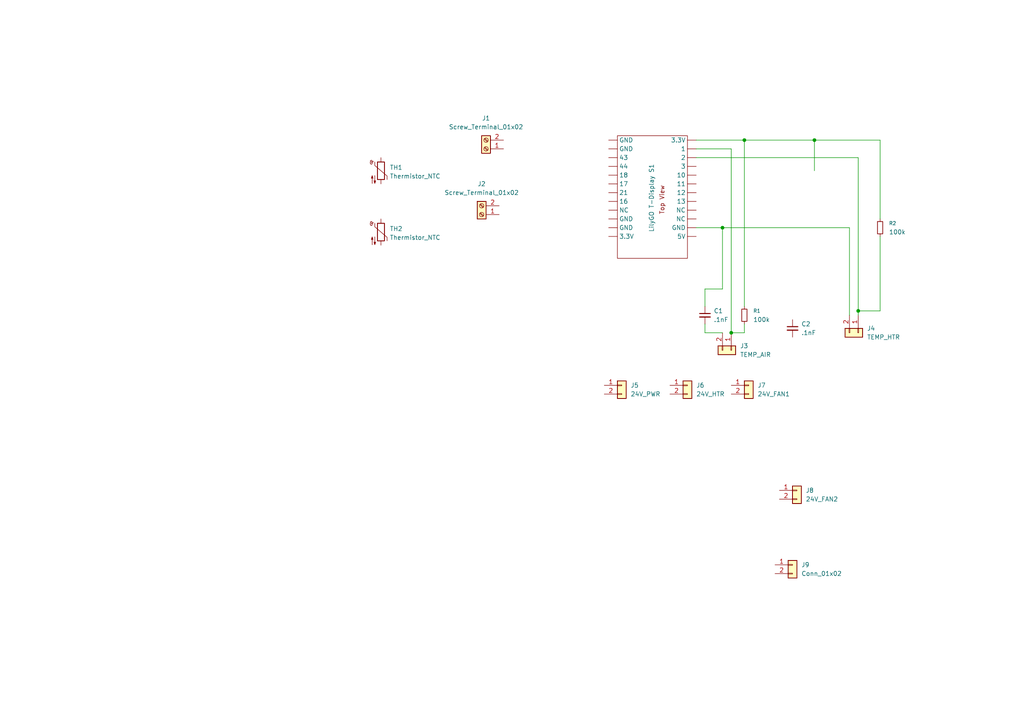
<source format=kicad_sch>
(kicad_sch (version 20250114) (generator "eeschema") (generator_version "9.0")
  (paper "A4")
  (lib_symbols
    (symbol "Connector:Screw_Terminal_01x02" (pin_names (offset 1.016) (hide yes))
      (property "Reference" "J" (at 0 2.54 0))
      (property "Value" "Screw_Terminal_01x02" (at 0 -5.08 0))
      (symbol "Screw_Terminal_01x02_1_1"
        (rectangle (start -1.27 1.27) (end 1.27 -3.81) (stroke (width 0.254)) (fill (type background)))
        (polyline (pts (xy -0.5334 0.3302) (xy 0.3302 -0.508)) (stroke (width 0.1524)))
        (polyline (pts (xy -0.5334 -2.2098) (xy 0.3302 -3.048)) (stroke (width 0.1524)))
        (polyline (pts (xy -0.3556 0.508) (xy 0.508 -0.3302)) (stroke (width 0.1524)))
        (polyline (pts (xy -0.3556 -2.032) (xy 0.508 -2.8702)) (stroke (width 0.1524)))
        (circle (center 0 0) (radius 0.635) (stroke (width 0.1524)))
        (circle (center 0 -2.54) (radius 0.635) (stroke (width 0.1524)))
        (pin passive line (at -5.08 0 0) (length 3.81) (name "Pin_1") (number "1"))
        (pin passive line (at -5.08 -2.54 0) (length 3.81) (name "Pin_2") (number "2"))
      )
    )
    (symbol "Connector_Generic:Conn_01x02" (pin_names (offset 1.016) (hide yes))
      (property "Reference" "J" (at 0 2.54 0))
      (property "Value" "Conn_01x02" (at 0 -5.08 0))
      (symbol "Conn_01x02_1_1"
        (rectangle (start -1.27 1.27) (end 1.27 -3.81) (stroke (width 0.254)) (fill (type background)))
        (rectangle (start -1.27 0.127) (end 0 -0.127) (stroke (width 0.1524)))
        (rectangle (start -1.27 -2.413) (end 0 -2.667) (stroke (width 0.1524)))
        (pin passive line (at -5.08 0 0) (length 3.81) (name "Pin_1") (number "1"))
        (pin passive line (at -5.08 -2.54 0) (length 3.81) (name "Pin_2") (number "2"))
      )
    )
    (symbol "Device:C_Small" (pin_numbers (hide yes)) (pin_names (offset 0.254) (hide yes))
      (property "Reference" "C" (at 0.254 1.778 0))
      (property "Value" "C_Small" (at 0.254 -2.032 0))
      (symbol "C_Small_0_1"
        (polyline (pts (xy -1.524 0.508) (xy 1.524 0.508)) (stroke (width 0.3048)))
        (polyline (pts (xy -1.524 -0.508) (xy 1.524 -0.508)) (stroke (width 0.3302)))
      )
      (symbol "C_Small_1_1"
        (pin passive line (at 0 2.54 270) (length 2.032) (name "~") (number "1"))
        (pin passive line (at 0 -2.54 90) (length 2.032) (name "~") (number "2"))
      )
    )
    (symbol "Device:R_Small" (pin_numbers (hide yes)) (pin_names (offset 0.254) (hide yes))
      (property "Reference" "R" (at 0 0 90))
      (property "Value" "R_Small" (at 1.778 0 90))
      (symbol "R_Small_0_1"
        (rectangle (start -0.762 1.778) (end 0.762 -1.778) (stroke (width 0.2032)))
      )
      (symbol "R_Small_1_1"
        (pin passive line (at 0 2.54 270) (length 0.762) (name "~") (number "1"))
        (pin passive line (at 0 -2.54 90) (length 0.762) (name "~") (number "2"))
      )
    )
    (symbol "Device:Thermistor_NTC" (pin_numbers (hide yes)) (pin_names (offset 0))
      (property "Reference" "TH" (at -4.445 0 90))
      (property "Value" "Thermistor_NTC" (at 3.175 0 90))
      (symbol "Thermistor_NTC_0_1"
        (arc (start -3.175 2.413) (mid -3.0506 2.3165) (end -3.048 2.159))
        (arc (start -3.048 2.794) (mid -2.9736 2.9736) (end -2.794 3.048))
        (arc (start -2.794 3.048) (mid -2.6144 2.9736) (end -2.54 2.794))
        (arc (start -2.794 2.54) (mid -2.9736 2.6144) (end -3.048 2.794))
        (arc (start -2.794 1.905) (mid -2.9736 1.9794) (end -3.048 2.159))
        (arc (start -2.54 2.159) (mid -2.6144 1.9794) (end -2.794 1.905))
        (arc (start -2.159 2.794) (mid -2.434 2.5608) (end -2.794 2.54))
        (polyline (pts (xy -2.54 2.159) (xy -2.54 2.794)))
        (polyline (pts (xy -2.54 -3.683) (xy -2.54 -1.397) (xy -2.794 -2.159) (xy -2.286 -2.159) (xy -2.54 -1.397) (xy -2.54 -1.651)) (fill (type outline)))
        (polyline (pts (xy -1.778 2.54) (xy -1.778 1.524) (xy 1.778 -1.524) (xy 1.778 -2.54)))
        (polyline (pts (xy -1.778 -1.397) (xy -1.778 -3.683) (xy -2.032 -2.921) (xy -1.524 -2.921) (xy -1.778 -3.683) (xy -1.778 -3.429)) (fill (type outline)))
        (rectangle (start -1.016 2.54) (end 1.016 -2.54) (stroke (width 0.254)))
      )
      (symbol "Thermistor_NTC_1_1"
        (pin passive line (at 0 3.81 270) (length 1.27) (name "~") (number "1"))
        (pin passive line (at 0 -3.81 90) (length 1.27) (name "~") (number "2"))
      )
    )
    (symbol "MCU_Espressif:LilyGo_T-Display_S3"
      (property "Reference" "LilyGO T-Display S3" (at 0 0 90))
      (symbol "LilyGo_T-Display_S3_0_1"
        (rectangle (start -10.16 19.05) (end 10.16 -16.51))
      )
      (symbol "LilyGo_T-Display_S3_1_1"
        (text "Top View" (at 2.794 0.508 900) (effects (font (size 1.27 1.27))))
        (pin input line (at -12.7 17.78 0) (length 2.54) (name "GND") (number ""))
        (pin input line (at -12.7 15.24 0) (length 2.54) (name "GND") (number ""))
        (pin input line (at -12.7 12.7 0) (length 2.54) (name "43") (number ""))
        (pin input line (at -12.7 10.16 0) (length 2.54) (name "44") (number ""))
        (pin input line (at -12.7 7.62 0) (length 2.54) (name "18") (number ""))
        (pin input line (at -12.7 5.08 0) (length 2.54) (name "17") (number ""))
        (pin input line (at -12.7 2.54 0) (length 2.54) (name "21") (number ""))
        (pin input line (at -12.7 0 0) (length 2.54) (name "16") (number ""))
        (pin input line (at -12.7 -2.54 0) (length 2.54) (name "NC") (number ""))
        (pin input line (at -12.7 -5.08 0) (length 2.54) (name "GND") (number ""))
        (pin input line (at -12.7 -7.62 0) (length 2.54) (name "GND") (number ""))
        (pin input line (at -12.7 -10.16 0) (length 2.54) (name "3.3V") (number ""))
        (pin input line (at 12.7 17.78 180) (length 2.54) (name "3.3V") (number ""))
        (pin input line (at 12.7 15.24 180) (length 2.54) (name "1") (number ""))
        (pin input line (at 12.7 12.7 180) (length 2.54) (name "2") (number ""))
        (pin input line (at 12.7 10.16 180) (length 2.54) (name "3") (number ""))
        (pin input line (at 12.7 7.62 180) (length 2.54) (name "10") (number ""))
        (pin input line (at 12.7 5.08 180) (length 2.54) (name "11") (number ""))
        (pin input line (at 12.7 2.54 180) (length 2.54) (name "12") (number ""))
        (pin input line (at 12.7 0 180) (length 2.54) (name "13") (number ""))
        (pin input line (at 12.7 -2.54 180) (length 2.54) (name "NC") (number ""))
        (pin input line (at 12.7 -5.08 180) (length 2.54) (name "NC") (number ""))
        (pin input line (at 12.7 -7.62 180) (length 2.54) (name "GND") (number ""))
        (pin input line (at 12.7 -10.16 180) (length 2.54) (name "5V") (number ""))
      )
    )
  )
  (junction (at 212.09 96.52))
  (junction (at 248.92 90.17))
  (junction (at 215.9 40.64))
  (junction (at 236.22 40.64))
  (junction (at 209.55 66.04))
  (wire (pts (xy 201.93 66.04) (xy 209.55 66.04)))
  (wire (pts (xy 212.09 43.18) (xy 212.09 96.52)))
  (wire (pts (xy 201.93 45.72) (xy 248.92 45.72)))
  (wire (pts (xy 236.22 40.64) (xy 255.27 40.64)))
  (wire (pts (xy 246.38 66.04) (xy 246.38 91.44)))
  (wire (pts (xy 212.09 43.18) (xy 201.93 43.18)))
  (wire (pts (xy 204.47 96.52) (xy 209.55 96.52)))
  (wire (pts (xy 209.55 83.82) (xy 204.47 83.82)))
  (wire (pts (xy 255.27 90.17) (xy 255.27 68.58)))
  (wire (pts (xy 215.9 93.98) (xy 215.9 96.52)))
  (wire (pts (xy 215.9 96.52) (xy 212.09 96.52)))
  (wire (pts (xy 248.92 90.17) (xy 248.92 91.44)))
  (wire (pts (xy 255.27 90.17) (xy 248.92 90.17)))
  (wire (pts (xy 236.22 40.64) (xy 236.22 49.53)))
  (wire (pts (xy 209.55 66.04) (xy 209.55 83.82)))
  (wire (pts (xy 209.55 66.04) (xy 246.38 66.04)))
  (wire (pts (xy 215.9 40.64) (xy 236.22 40.64)))
  (wire (pts (xy 248.92 45.72) (xy 248.92 90.17)))
  (wire (pts (xy 204.47 83.82) (xy 204.47 88.9)))
  (wire (pts (xy 204.47 93.98) (xy 204.47 96.52)))
  (wire (pts (xy 215.9 40.64) (xy 215.9 88.9)))
  (wire (pts (xy 201.93 40.64) (xy 215.9 40.64)))
  (wire (pts (xy 255.27 40.64) (xy 255.27 63.5)))
  (symbol (lib_id "Connector:Screw_Terminal_01x02") (at 139.7 62.23 180) (unit 1)
    (property "Reference" "J2" (at 139.7 53.34 0))
    (property "Value" "Screw_Terminal_01x02" (at 139.7 55.88 0))
    (property "Description" "Generic screw terminal, single row, 01x02, script generated (kicad-library-utils/schlib/autogen/connector/)" (effects (hide yes)))
  )
  (symbol (lib_id "Connector_Generic:Conn_01x02") (at 180.34 111.76 0) (unit 1)
    (property "Reference" "J5" (at 182.88 111.7599 0) (effects (justify left)))
    (property "Value" "24V_PWR" (at 182.88 114.2999 0) (effects (justify left)))
    (property "Description" "Generic connector, single row, 01x02, script generated (kicad-library-utils/schlib/autogen/connector/)" (effects (hide yes)))
  )
  (symbol (lib_id "Device:Thermistor_NTC") (at 110.49 49.53 0) (unit 1)
    (property "Reference" "TH1" (at 113.03 48.5774 0) (effects (justify left)))
    (property "Value" "Thermistor_NTC" (at 113.03 51.1174 0) (effects (justify left)))
    (property "Description" "Temperature dependent resistor, negative temperature coefficient" (effects (hide yes)))
  )
  (symbol (lib_id "Device:R_Small") (at 255.27 66.04 0) (unit 1)
    (property "Reference" "R2" (at 257.81 64.7699 0) (effects (font (size 1.016 1.016)) (justify left)))
    (property "Value" "100k" (at 257.81 67.3099 0) (effects (justify left)))
    (property "Description" "Resistor, small symbol" (effects (hide yes)))
  )
  (symbol (lib_id "Connector:Screw_Terminal_01x02") (at 140.97 43.18 180) (unit 1)
    (property "Reference" "J1" (at 140.97 34.29 0))
    (property "Value" "Screw_Terminal_01x02" (at 140.97 36.83 0))
    (property "Description" "Generic screw terminal, single row, 01x02, script generated (kicad-library-utils/schlib/autogen/connector/)" (effects (hide yes)))
  )
  (symbol (lib_id "Device:Thermistor_NTC") (at 110.49 67.31 0) (unit 1)
    (property "Reference" "TH2" (at 113.03 66.3574 0) (effects (justify left)))
    (property "Value" "Thermistor_NTC" (at 113.03 68.8974 0) (effects (justify left)))
    (property "Description" "Temperature dependent resistor, negative temperature coefficient" (effects (hide yes)))
  )
  (symbol (lib_id "Connector_Generic:Conn_01x02") (at 231.14 142.24 0) (unit 1)
    (property "Reference" "J8" (at 233.68 142.2399 0) (effects (justify left)))
    (property "Value" "24V_FAN2" (at 233.68 144.7799 0) (effects (justify left)))
    (property "Description" "Generic connector, single row, 01x02, script generated (kicad-library-utils/schlib/autogen/connector/)" (effects (hide yes)))
  )
  (symbol (lib_id "Device:C_Small") (at 229.87 95.25 0) (unit 1)
    (property "Reference" "C2" (at 232.41 93.9862 0) (effects (justify left)))
    (property "Value" ".1nF" (at 232.41 96.5262 0) (effects (justify left)))
    (property "Description" "Unpolarized capacitor, small symbol" (effects (hide yes)))
  )
  (symbol (lib_id "MCU_Espressif:LilyGo_T-Display_S3") (at 189.23 58.42 0) (unit 1)
    (property "Reference" "LilyGO T-Display S1" (at 188.976 57.404 90))
  )
  (symbol (lib_id "Device:C_Small") (at 204.47 91.44 0) (unit 1)
    (property "Reference" "C1" (at 207.01 90.1762 0) (effects (justify left)))
    (property "Value" ".1nF" (at 207.01 92.7162 0) (effects (justify left)))
    (property "Description" "Unpolarized capacitor, small symbol" (effects (hide yes)))
  )
  (symbol (lib_id "Device:R_Small") (at 215.9 91.44 180) (unit 1)
    (property "Reference" "R1" (at 218.44 90.1699 0) (effects (font (size 1.016 1.016)) (justify right)))
    (property "Value" "100k" (at 218.44 92.7099 0) (effects (justify right)))
    (property "Description" "Resistor, small symbol" (effects (hide yes)))
  )
  (symbol (lib_id "Connector_Generic:Conn_01x02") (at 248.92 96.52 270) (unit 1)
    (property "Reference" "J4" (at 251.46 95.2499 90) (effects (justify left)))
    (property "Value" "TEMP_HTR" (at 251.46 97.7899 90) (effects (justify left)))
    (property "Description" "Generic connector, single row, 01x02, script generated (kicad-library-utils/schlib/autogen/connector/)" (effects (hide yes)))
  )
  (symbol (lib_id "Connector_Generic:Conn_01x02") (at 217.17 111.76 0) (unit 1)
    (property "Reference" "J7" (at 219.71 111.7599 0) (effects (justify left)))
    (property "Value" "24V_FAN1" (at 219.71 114.2999 0) (effects (justify left)))
    (property "Description" "Generic connector, single row, 01x02, script generated (kicad-library-utils/schlib/autogen/connector/)" (effects (hide yes)))
  )
  (symbol (lib_id "Connector_Generic:Conn_01x02") (at 229.87 163.83 0) (unit 1)
    (property "Reference" "J9" (at 232.41 163.8299 0) (effects (justify left)))
    (property "Value" "Conn_01x02" (at 232.41 166.3699 0) (effects (justify left)))
    (property "Description" "Generic connector, single row, 01x02, script generated (kicad-library-utils/schlib/autogen/connector/)" (effects (hide yes)))
  )
  (symbol (lib_id "Connector_Generic:Conn_01x02") (at 212.09 101.6 270) (unit 1)
    (property "Reference" "J3" (at 214.63 100.3299 90) (effects (justify left)))
    (property "Value" "TEMP_AIR" (at 214.63 102.8699 90) (effects (justify left)))
    (property "Description" "Generic connector, single row, 01x02, script generated (kicad-library-utils/schlib/autogen/connector/)" (effects (hide yes)))
  )
  (symbol (lib_id "Connector_Generic:Conn_01x02") (at 199.39 111.76 0) (unit 1)
    (property "Reference" "J6" (at 201.93 111.7599 0) (effects (justify left)))
    (property "Value" "24V_HTR" (at 201.93 114.2999 0) (effects (justify left)))
    (property "Description" "Generic connector, single row, 01x02, script generated (kicad-library-utils/schlib/autogen/connector/)" (effects (hide yes)))
  )
)
</source>
